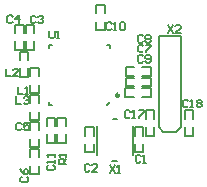
<source format=gto>
%FSLAX24Y24*%
%MOIN*%
G70*
G01*
G75*
G04 Layer_Color=65535*
%ADD10C,0.0080*%
%ADD11O,0.0118X0.0335*%
%ADD12R,0.1457X0.1457*%
%ADD13O,0.0335X0.0118*%
%ADD14R,0.0200X0.0250*%
%ADD15R,0.0236X0.0472*%
%ADD16R,0.0250X0.0200*%
%ADD17R,0.0433X0.0472*%
%ADD18C,0.0100*%
%ADD19C,0.0060*%
%ADD20C,0.0200*%
%ADD21C,0.0320*%
%ADD22C,0.0240*%
%ADD23C,0.0098*%
%ADD24C,0.0050*%
%ADD25C,0.0079*%
D19*
X5766Y2094D02*
X5923Y1936D01*
X5766Y2094D02*
Y5125D01*
X6514D01*
Y2094D02*
Y5125D01*
X6357Y1936D02*
X6514Y2094D01*
X5923Y1936D02*
X6357D01*
X5260Y1800D02*
Y2080D01*
X4980Y1800D02*
Y2080D01*
Y1240D02*
Y1520D01*
X5260Y1240D02*
Y1520D01*
X4980Y2080D02*
X5260D01*
X4980Y1240D02*
X5260D01*
X3330D02*
Y1520D01*
X3610Y1240D02*
Y1520D01*
Y1800D02*
Y2080D01*
X3330Y1800D02*
Y2080D01*
Y1240D02*
X3610D01*
X3330Y2080D02*
X3610D01*
X2670Y2120D02*
Y2400D01*
X2390Y2120D02*
Y2400D01*
Y1560D02*
Y1840D01*
X2670Y1560D02*
Y1840D01*
X2390Y2400D02*
X2670D01*
X2390Y1560D02*
X2670D01*
X1770Y3770D02*
Y4050D01*
X1490Y3770D02*
Y4050D01*
Y3210D02*
Y3490D01*
X1770Y3210D02*
Y3490D01*
X1490Y4050D02*
X1770D01*
X1490Y3210D02*
X1770D01*
X1420Y4320D02*
Y4600D01*
X1140Y4320D02*
Y4600D01*
Y3760D02*
Y4040D01*
X1420Y3760D02*
Y4040D01*
X1140Y4600D02*
X1420D01*
X1140Y3760D02*
X1420D01*
X1620Y5220D02*
Y5500D01*
X1340Y5220D02*
Y5500D01*
Y4660D02*
Y4940D01*
X1620Y4660D02*
Y4940D01*
X1340Y5500D02*
X1620D01*
X1340Y4660D02*
X1620D01*
X1270Y5220D02*
Y5500D01*
X990Y5220D02*
Y5500D01*
Y4660D02*
Y4940D01*
X1270Y4660D02*
Y4940D01*
X990Y5500D02*
X1270D01*
X990Y4660D02*
X1270D01*
X1770Y2870D02*
Y3150D01*
X1490Y2870D02*
Y3150D01*
Y2310D02*
Y2590D01*
X1770Y2310D02*
Y2590D01*
X1490Y3150D02*
X1770D01*
X1490Y2310D02*
X1770D01*
X1490Y1410D02*
Y1690D01*
X1770Y1410D02*
Y1690D01*
Y1970D02*
Y2250D01*
X1490Y1970D02*
Y2250D01*
Y1410D02*
X1770D01*
X1490Y2250D02*
X1770D01*
Y1070D02*
Y1350D01*
X1490Y1070D02*
Y1350D01*
Y510D02*
Y790D01*
X1770Y510D02*
Y790D01*
X1490Y1350D02*
X1770D01*
X1490Y510D02*
X1770D01*
X3970Y5870D02*
Y6150D01*
X3690Y5870D02*
Y6150D01*
Y5310D02*
Y5590D01*
X3970Y5310D02*
Y5590D01*
X3690Y6150D02*
X3970D01*
X3690Y5310D02*
X3970D01*
X5227Y3790D02*
X5507D01*
X5227Y4070D02*
X5507D01*
X4667D02*
X4947D01*
X4667Y3790D02*
X4947D01*
X5507D02*
Y4070D01*
X4667Y3790D02*
Y4070D01*
X5227Y3440D02*
X5507D01*
X5227Y3720D02*
X5507D01*
X4667D02*
X4947D01*
X4667Y3440D02*
X4947D01*
X5507D02*
Y3720D01*
X4667Y3440D02*
Y3720D01*
X5220Y3090D02*
X5500D01*
X5220Y3370D02*
X5500D01*
X4660D02*
X4940D01*
X4660Y3090D02*
X4940D01*
X5500D02*
Y3370D01*
X4660Y3090D02*
Y3370D01*
X2320Y2120D02*
Y2400D01*
X2040Y2120D02*
Y2400D01*
Y1560D02*
Y1840D01*
X2320Y1560D02*
Y1840D01*
X2040Y2400D02*
X2320D01*
X2040Y1560D02*
X2320D01*
X3710Y1167D02*
Y2117D01*
X4244Y2347D02*
X4390D01*
X4900Y1167D02*
Y2117D01*
X4230Y937D02*
X4368D01*
D23*
X4447Y3141D02*
G03*
X4447Y3141I-49J0D01*
G01*
D24*
X6650Y2640D02*
X6930D01*
X6650Y1800D02*
X6930D01*
X6650Y2360D02*
Y2640D01*
X6930Y2360D02*
Y2640D01*
Y1800D02*
Y2080D01*
X6650Y1800D02*
Y2080D01*
X5350Y2640D02*
X5630D01*
X5350Y1800D02*
X5630D01*
X5350Y2360D02*
Y2640D01*
X5630Y2360D02*
Y2640D01*
Y1800D02*
Y2080D01*
X5350Y1800D02*
Y2080D01*
X2130Y5300D02*
Y5092D01*
X2172Y5050D01*
X2255D01*
X2297Y5092D01*
Y5300D01*
X2380Y5050D02*
X2463D01*
X2422D01*
Y5300D01*
X2380Y5258D01*
X5167Y1108D02*
X5125Y1150D01*
X5042D01*
X5000Y1108D01*
Y942D01*
X5042Y900D01*
X5125D01*
X5167Y942D01*
X5250Y900D02*
X5333D01*
X5292D01*
Y1150D01*
X5250Y1108D01*
X3467Y808D02*
X3425Y850D01*
X3342D01*
X3300Y808D01*
Y642D01*
X3342Y600D01*
X3425D01*
X3467Y642D01*
X3717Y600D02*
X3550D01*
X3717Y767D01*
Y808D01*
X3675Y850D01*
X3592D01*
X3550Y808D01*
X1667Y5758D02*
X1625Y5800D01*
X1542D01*
X1500Y5758D01*
Y5592D01*
X1542Y5550D01*
X1625D01*
X1667Y5592D01*
X1750Y5758D02*
X1792Y5800D01*
X1875D01*
X1917Y5758D01*
Y5717D01*
X1875Y5675D01*
X1833D01*
X1875D01*
X1917Y5633D01*
Y5592D01*
X1875Y5550D01*
X1792D01*
X1750Y5592D01*
X897Y5768D02*
X855Y5810D01*
X772D01*
X730Y5768D01*
Y5602D01*
X772Y5560D01*
X855D01*
X897Y5602D01*
X1105Y5560D02*
Y5810D01*
X980Y5685D01*
X1147D01*
X2092Y807D02*
X2050Y765D01*
Y682D01*
X2092Y640D01*
X2258D01*
X2300Y682D01*
Y765D01*
X2258Y807D01*
X2300Y890D02*
Y973D01*
Y932D01*
X2050D01*
X2092Y890D01*
X2300Y1098D02*
Y1181D01*
Y1140D01*
X2050D01*
X2092Y1098D01*
X5247Y4438D02*
X5205Y4480D01*
X5122D01*
X5080Y4438D01*
Y4272D01*
X5122Y4230D01*
X5205D01*
X5247Y4272D01*
X5330D02*
X5372Y4230D01*
X5455D01*
X5497Y4272D01*
Y4438D01*
X5455Y4480D01*
X5372D01*
X5330Y4438D01*
Y4397D01*
X5372Y4355D01*
X5497D01*
X5257Y4788D02*
X5215Y4830D01*
X5132D01*
X5090Y4788D01*
Y4622D01*
X5132Y4580D01*
X5215D01*
X5257Y4622D01*
X5340Y4830D02*
X5507D01*
Y4788D01*
X5340Y4622D01*
Y4580D01*
X5247Y5108D02*
X5205Y5150D01*
X5122D01*
X5080Y5108D01*
Y4942D01*
X5122Y4900D01*
X5205D01*
X5247Y4942D01*
X5330Y5108D02*
X5372Y5150D01*
X5455D01*
X5497Y5108D01*
Y5067D01*
X5455Y5025D01*
X5497Y4983D01*
Y4942D01*
X5455Y4900D01*
X5372D01*
X5330Y4942D01*
Y4983D01*
X5372Y5025D01*
X5330Y5067D01*
Y5108D01*
X5372Y5025D02*
X5455D01*
X4197Y5528D02*
X4155Y5570D01*
X4072D01*
X4030Y5528D01*
Y5362D01*
X4072Y5320D01*
X4155D01*
X4197Y5362D01*
X4280Y5320D02*
X4363D01*
X4322D01*
Y5570D01*
X4280Y5528D01*
X4488D02*
X4530Y5570D01*
X4613D01*
X4655Y5528D01*
Y5362D01*
X4613Y5320D01*
X4530D01*
X4488Y5362D01*
Y5528D01*
X1197Y2178D02*
X1155Y2220D01*
X1072D01*
X1030Y2178D01*
Y2012D01*
X1072Y1970D01*
X1155D01*
X1197Y2012D01*
X1447Y2220D02*
X1280D01*
Y2095D01*
X1363Y2137D01*
X1405D01*
X1447Y2095D01*
Y2012D01*
X1405Y1970D01*
X1322D01*
X1280Y2012D01*
X1202Y427D02*
X1160Y385D01*
Y302D01*
X1202Y260D01*
X1368D01*
X1410Y302D01*
Y385D01*
X1368Y427D01*
X1160Y677D02*
X1202Y593D01*
X1285Y510D01*
X1368D01*
X1410Y552D01*
Y635D01*
X1368Y677D01*
X1327D01*
X1285Y635D01*
Y510D01*
X1080Y3430D02*
Y3180D01*
X1247D01*
X1330D02*
X1413D01*
X1372D01*
Y3430D01*
X1330Y3388D01*
X670Y4030D02*
Y3780D01*
X837D01*
X1087D02*
X920D01*
X1087Y3947D01*
Y3988D01*
X1045Y4030D01*
X962D01*
X920Y3988D01*
X1020Y3110D02*
Y2860D01*
X1187D01*
X1270Y3068D02*
X1312Y3110D01*
X1395D01*
X1437Y3068D01*
Y3027D01*
X1395Y2985D01*
X1353D01*
X1395D01*
X1437Y2943D01*
Y2902D01*
X1395Y2860D01*
X1312D01*
X1270Y2902D01*
X2690Y850D02*
X2440D01*
Y975D01*
X2482Y1017D01*
X2565D01*
X2607Y975D01*
Y850D01*
Y933D02*
X2690Y1017D01*
Y1100D02*
Y1183D01*
Y1142D01*
X2440D01*
X2482Y1100D01*
X4140Y810D02*
X4307Y560D01*
Y810D02*
X4140Y560D01*
X4390D02*
X4473D01*
X4432D01*
Y810D01*
X4390Y768D01*
X4807Y2598D02*
X4765Y2640D01*
X4682D01*
X4640Y2598D01*
Y2432D01*
X4682Y2390D01*
X4765D01*
X4807Y2432D01*
X4890Y2390D02*
X4973D01*
X4932D01*
Y2640D01*
X4890Y2598D01*
X5098Y2640D02*
X5265D01*
Y2598D01*
X5098Y2432D01*
Y2390D01*
X6747Y2958D02*
X6705Y3000D01*
X6622D01*
X6580Y2958D01*
Y2792D01*
X6622Y2750D01*
X6705D01*
X6747Y2792D01*
X6830Y2750D02*
X6913D01*
X6872D01*
Y3000D01*
X6830Y2958D01*
X7038D02*
X7080Y3000D01*
X7163D01*
X7205Y2958D01*
Y2917D01*
X7163Y2875D01*
X7205Y2833D01*
Y2792D01*
X7163Y2750D01*
X7080D01*
X7038Y2792D01*
Y2833D01*
X7080Y2875D01*
X7038Y2917D01*
Y2958D01*
X7080Y2875D02*
X7163D01*
X6080Y5480D02*
X6247Y5230D01*
Y5480D02*
X6080Y5230D01*
X6497D02*
X6330D01*
X6497Y5397D01*
Y5438D01*
X6455Y5480D01*
X6372D01*
X6330Y5438D01*
D25*
X2126Y2826D02*
X2228D01*
X2126D02*
Y2928D01*
Y4834D02*
X2228D01*
X2126Y4732D02*
Y4834D01*
X4032D02*
X4134D01*
Y4732D02*
Y4834D01*
X4032Y2826D02*
X4134Y2928D01*
M02*

</source>
